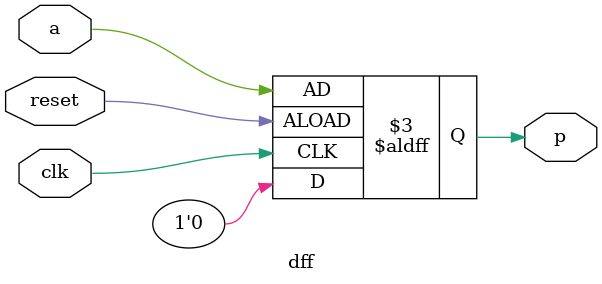
<source format=v>
`timescale 1ns / 1ps

module up_counter_3_bit_asynch_reset(p,clk,reset);
 input clk,reset;
 output [2:0]p;
 tff tf1(p[0],clk,reset);
 tff tf2(p[1],p[0],reset);
 tff tf3(p[2],p[1],reset);
endmodule

module tff(p,clk,reset);
 input clk,reset;
 output  p;
 wire a; //input to d flipflop
 dff df1(p,a,clk,reset); // t flipflop can be made from d flipflop and not gate
 not n1(a,p);
 endmodule
 
module dff(p,a,clk,reset);
 input a,clk,reset;
 output reg  p;
 always @(negedge clk or negedge reset) // with neg edge of clk , it does upcounting and at posedge of clk it does down counting
 begin
  if(reset==1'b1) // if reset is activated it brings output to zero
    p=1'b0;
   else
    p=a;
  end
 endmodule
 
 
</source>
